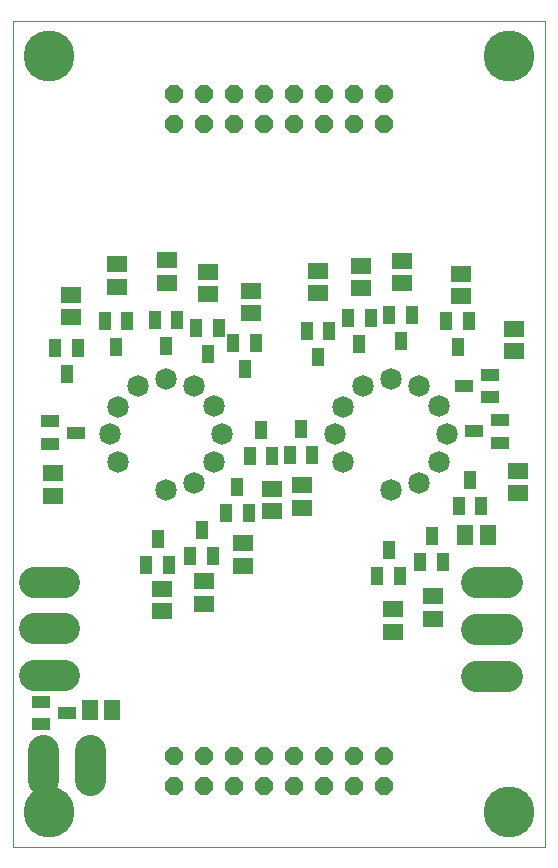
<source format=gbs>
G75*
G70*
%OFA0B0*%
%FSLAX24Y24*%
%IPPOS*%
%LPD*%
%AMOC8*
5,1,8,0,0,1.08239X$1,22.5*
%
%ADD10C,0.0000*%
%ADD11C,0.0719*%
%ADD12OC8,0.0600*%
%ADD13R,0.0591X0.0434*%
%ADD14R,0.0434X0.0591*%
%ADD15R,0.0670X0.0552*%
%ADD16R,0.0552X0.0670*%
%ADD17C,0.1044*%
%ADD18C,0.1700*%
D10*
X000912Y000100D02*
X000912Y027659D01*
X018628Y027659D01*
X018628Y000100D01*
X000912Y000100D01*
D11*
X006014Y012004D03*
X006922Y012258D03*
X007609Y012954D03*
X007855Y013876D03*
X007601Y014798D03*
X006923Y015465D03*
X006006Y015720D03*
X005066Y015474D03*
X004399Y014790D03*
X004138Y013868D03*
X004388Y012946D03*
X011638Y013868D03*
X011888Y012946D03*
X011899Y014790D03*
X012566Y015474D03*
X013506Y015720D03*
X014423Y015465D03*
X015101Y014798D03*
X015355Y013876D03*
X015109Y012954D03*
X014422Y012258D03*
X013514Y012004D03*
D12*
X013254Y003151D03*
X013254Y002151D03*
X012254Y002151D03*
X012254Y003151D03*
X011254Y003151D03*
X011254Y002151D03*
X010254Y002151D03*
X010254Y003151D03*
X009254Y003151D03*
X009254Y002151D03*
X008254Y002151D03*
X008254Y003151D03*
X007254Y003151D03*
X007254Y002151D03*
X006254Y002151D03*
X006254Y003151D03*
X006254Y024222D03*
X006254Y025222D03*
X007254Y025222D03*
X007254Y024222D03*
X008254Y024222D03*
X008254Y025222D03*
X009254Y025222D03*
X009254Y024222D03*
X010254Y024222D03*
X010254Y025222D03*
X011254Y025222D03*
X011254Y024222D03*
X012254Y024222D03*
X012254Y025222D03*
X013254Y025222D03*
X013254Y024222D03*
D13*
X016790Y015848D03*
X016790Y015100D03*
X017144Y014340D03*
X017144Y013592D03*
X016278Y013966D03*
X015923Y015474D03*
X002986Y013927D03*
X002120Y014301D03*
X002120Y013553D03*
X001837Y004954D03*
X001837Y004206D03*
X002703Y004580D03*
D14*
X005345Y009498D03*
X005719Y010364D03*
X006093Y009498D03*
X006813Y009813D03*
X007187Y010679D03*
X007561Y009813D03*
X008006Y011230D03*
X008380Y012096D03*
X008754Y011230D03*
X008801Y013143D03*
X009175Y014009D03*
X009549Y013143D03*
X010124Y013191D03*
X010498Y014057D03*
X010872Y013191D03*
X011061Y016443D03*
X010687Y017309D03*
X011435Y017309D03*
X012077Y017742D03*
X012451Y016876D03*
X012825Y017742D03*
X013447Y017828D03*
X013821Y016962D03*
X014195Y017828D03*
X015349Y017631D03*
X015723Y016765D03*
X016097Y017631D03*
X016144Y012332D03*
X016518Y011466D03*
X015770Y011466D03*
X014853Y010474D03*
X015227Y009608D03*
X014479Y009608D03*
X013797Y009135D03*
X013049Y009135D03*
X013423Y010002D03*
X008994Y016899D03*
X008620Y016033D03*
X008246Y016899D03*
X007762Y017411D03*
X007388Y016545D03*
X007014Y017411D03*
X006372Y017687D03*
X005998Y016820D03*
X005624Y017687D03*
X004707Y017647D03*
X004333Y016781D03*
X003959Y017647D03*
X003061Y016734D03*
X002687Y015868D03*
X002313Y016734D03*
D15*
X002821Y017765D03*
X002821Y018513D03*
X004384Y018789D03*
X004384Y019537D03*
X006038Y019663D03*
X006038Y018915D03*
X007416Y019277D03*
X007416Y018529D03*
X008833Y018655D03*
X008833Y017907D03*
X011081Y018565D03*
X011081Y019313D03*
X012498Y019478D03*
X012498Y018730D03*
X013876Y018895D03*
X013876Y019643D03*
X015845Y019218D03*
X015845Y018470D03*
X017616Y017376D03*
X017616Y016628D03*
X017750Y012659D03*
X017750Y011911D03*
X014916Y008470D03*
X014916Y007722D03*
X013577Y008029D03*
X013577Y007281D03*
X010538Y011419D03*
X010538Y012167D03*
X009526Y012049D03*
X009526Y011301D03*
X008581Y010230D03*
X008581Y009482D03*
X007282Y008962D03*
X007282Y008214D03*
X005860Y007966D03*
X005860Y008714D03*
X002238Y011817D03*
X002238Y012565D03*
D16*
X003455Y004694D03*
X004203Y004694D03*
X015983Y010506D03*
X016731Y010506D03*
D17*
X016351Y008931D02*
X017355Y008931D01*
X017355Y007372D02*
X016351Y007372D01*
X016351Y005813D02*
X017355Y005813D01*
X003471Y003334D02*
X003471Y002330D01*
X001912Y002330D02*
X001912Y003334D01*
X001587Y005836D02*
X002591Y005836D01*
X002591Y007395D02*
X001587Y007395D01*
X001587Y008954D02*
X002591Y008954D01*
D18*
X002093Y001281D03*
X017447Y001281D03*
X017447Y026478D03*
X002093Y026478D03*
M02*

</source>
